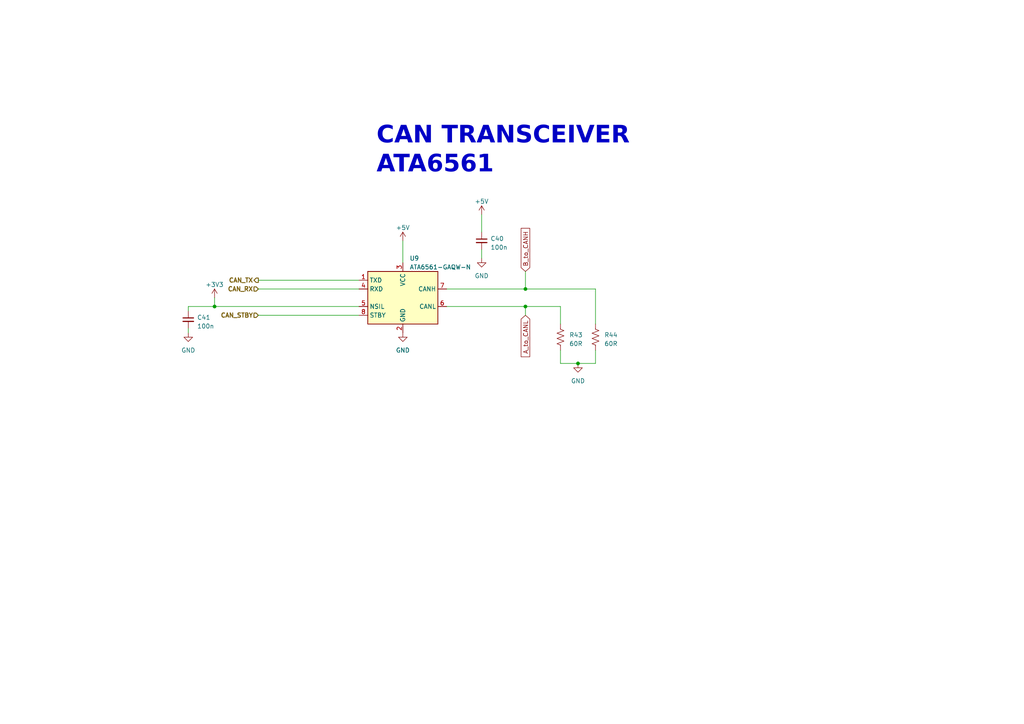
<source format=kicad_sch>
(kicad_sch (version 20230121) (generator eeschema)
  (paper "A4")
  (title_block (title "BIM BOARD") (date "2023-12-06") (rev "REV 2.0.0") (company "GEVITON") (comment 2 "Reviewed by: Timothy Kyalo") (comment 3 "Designed By: Robert Mutura") (comment 4 "BIM BOARD"))
  (lib_symbols
    (symbol "Device:C_Small" (pin_numbers hide) (pin_names (offset 0.254) hide)
      (property "Reference" "C" (at 0.254 1.778 0))
      (property "Value" "C_Small" (at 0.254 -2.032 0))
      (symbol "C_Small_0_1"
        (polyline (pts (xy -1.524 -0.508) (xy 1.524 -0.508)) (stroke (width 0.3302)))
        (polyline (pts (xy -1.524 0.508) (xy 1.524 0.508)) (stroke (width 0.3048)))
      )
      (symbol "C_Small_1_1"
        (pin passive line (at 0 2.54 270) (length 2.032) (name "~") (number "1"))
        (pin passive line (at 0 -2.54 90) (length 2.032) (name "~") (number "2"))
      )
    )
    (symbol "Device:R_US" (pin_numbers hide) (pin_names (offset 0))
      (property "Reference" "R" (at 2.54 0 90))
      (property "Value" "R_US" (at -2.54 0 90))
      (symbol "R_US_0_1"
        (polyline (pts (xy 0 -2.286) (xy 0 -2.54)))
        (polyline (pts (xy 0 2.286) (xy 0 2.54)))
        (polyline (pts (xy 0 -0.762) (xy 1.016 -1.143) (xy 0 -1.524) (xy -1.016 -1.905) (xy 0 -2.286)))
        (polyline (pts (xy 0 0.762) (xy 1.016 0.381) (xy 0 0) (xy -1.016 -0.381) (xy 0 -0.762)))
        (polyline (pts (xy 0 2.286) (xy 1.016 1.905) (xy 0 1.524) (xy -1.016 1.143) (xy 0 0.762)))
      )
      (symbol "R_US_1_1"
        (pin passive line (at 0 3.81 270) (length 1.27) (name "~") (number "1"))
        (pin passive line (at 0 -3.81 90) (length 1.27) (name "~") (number "2"))
      )
    )
    (symbol "Interface_CAN_LIN:TCAN337"
      (property "Reference" "U?" (at 1.9559 11.43 0))
      (property "Value" "ATA6561-GAQW-N" (at 1.9559 8.89 0))
      (symbol "TCAN337_0_1"
        (rectangle (start -10.16 7.62) (end 10.16 -7.62) (stroke (width 0.254)) (fill (type background)))
      )
      (symbol "TCAN337_1_1"
        (pin input line (at -12.7 5.08 0) (length 2.54) (name "TXD") (number "1"))
        (pin power_in line (at 0 -10.16 90) (length 2.54) (name "GND") (number "2"))
        (pin power_in line (at 0 10.16 270) (length 2.54) (name "VCC") (number "3"))
        (pin tri_state line (at -12.7 2.54 0) (length 2.54) (name "RXD") (number "4"))
        (pin open_collector line (at -12.7 -2.54 0) (length 2.54) (name "NSIL") (number "5"))
        (pin bidirectional line (at 12.7 -2.54 180) (length 2.54) (name "CANL") (number "6"))
        (pin bidirectional line (at 12.7 2.54 180) (length 2.54) (name "CANH") (number "7"))
        (pin input line (at -12.7 -5.08 0) (length 2.54) (name "STBY") (number "8"))
      )
    )
    (symbol "power:+3V3" (power) (pin_names (offset 0))
      (property "Value" "+3V3" (at 0 3.556 0))
      (symbol "+3V3_0_1"
        (polyline (pts (xy -0.762 1.27) (xy 0 2.54)))
        (polyline (pts (xy 0 0) (xy 0 2.54)))
        (polyline (pts (xy 0 2.54) (xy 0.762 1.27)))
      )
      (symbol "+3V3_1_1"
        (pin power_in line (at 0 0 90) (length 0) hide (name "+3V3") (number "1"))
      )
    )
    (symbol "power:+5V" (power) (pin_names (offset 0))
      (property "Value" "+5V" (at 0 3.556 0))
      (symbol "+5V_0_1"
        (polyline (pts (xy -0.762 1.27) (xy 0 2.54)))
        (polyline (pts (xy 0 0) (xy 0 2.54)))
        (polyline (pts (xy 0 2.54) (xy 0.762 1.27)))
      )
      (symbol "+5V_1_1"
        (pin power_in line (at 0 0 90) (length 0) hide (name "+5V") (number "1"))
      )
    )
    (symbol "power:GND" (power) (pin_names (offset 0))
      (property "Value" "GND" (at 0 -3.81 0))
      (symbol "GND_0_1"
        (polyline (pts (xy 0 0) (xy 0 -1.27) (xy 1.27 -1.27) (xy 0 -2.54) (xy -1.27 -1.27) (xy 0 -1.27)))
      )
      (symbol "GND_1_1"
        (pin power_in line (at 0 0 270) (length 0) hide (name "GND") (number "1"))
      )
    )
  )
  (junction (at 62.23 88.9))
  (junction (at 167.64 105.41))
  (junction (at 152.4 83.82))
  (junction (at 152.4 88.9))
  (wire (pts (xy 54.61 90.17) (xy 54.61 88.9)))
  (wire (pts (xy 74.93 91.44) (xy 104.14 91.44)))
  (wire (pts (xy 139.7 72.39) (xy 139.7 74.93)))
  (wire (pts (xy 162.56 105.41) (xy 167.64 105.41)))
  (wire (pts (xy 62.23 88.9) (xy 54.61 88.9)))
  (wire (pts (xy 162.56 101.6) (xy 162.56 105.41)))
  (wire (pts (xy 74.93 81.28) (xy 104.14 81.28)))
  (wire (pts (xy 54.61 95.25) (xy 54.61 96.52)))
  (wire (pts (xy 152.4 88.9) (xy 162.56 88.9)))
  (wire (pts (xy 172.72 93.98) (xy 172.72 83.82)))
  (wire (pts (xy 162.56 93.98) (xy 162.56 88.9)))
  (wire (pts (xy 172.72 105.41) (xy 172.72 101.6)))
  (wire (pts (xy 116.84 69.85) (xy 116.84 76.2)))
  (wire (pts (xy 139.7 62.23) (xy 139.7 67.31)))
  (wire (pts (xy 152.4 88.9) (xy 152.4 91.44)))
  (wire (pts (xy 62.23 88.9) (xy 104.14 88.9)))
  (wire (pts (xy 129.54 83.82) (xy 152.4 83.82)))
  (wire (pts (xy 152.4 83.82) (xy 172.72 83.82)))
  (wire (pts (xy 152.4 78.74) (xy 152.4 83.82)))
  (wire (pts (xy 74.93 83.82) (xy 104.14 83.82)))
  (wire (pts (xy 62.23 86.36) (xy 62.23 88.9)))
  (wire (pts (xy 167.64 105.41) (xy 172.72 105.41)))
  (wire (pts (xy 129.54 88.9) (xy 152.4 88.9)))
  (text "CAN TRANSCEIVER\nATA6561" (at 109.22 52.07 0) (effects (font (size 5 5) (thickness 0.4) bold) (justify left bottom)))
  (global_label "B_to_CANH" (shape input) (at 152.4 78.74 90) (property "Intersheetrefs" "${INTERSHEET_REFS}" (effects hide)))
  (global_label "A_to_CANL" (shape input) (at 152.4 91.44 270) (property "Intersheetrefs" "${INTERSHEET_REFS}" (effects hide)))
  (hierarchical_label "CAN_RX" (shape input) (at 74.93 83.82 180) (effects (font bold)))
  (hierarchical_label "CAN_STBY" (shape input) (at 74.93 91.44 180) (effects (font bold)))
  (hierarchical_label "CAN_TX" (shape output) (at 74.93 81.28 180) (effects (font bold)))
  (symbol (lib_id "Device:C_Small") (at 54.61 92.71 0) (unit 1)
    (property "Reference" "C41" (at 57.15 92.0813 0) (effects (justify left)))
    (property "Value" "100n" (at 57.15 94.6213 0) (effects (justify left)))
    (property "Footprint" "Capacitor_SMD:C_0402_1005Metric" (effects hide))
  )
  (symbol (lib_id "Device:C_Small") (at 139.7 69.85 0) (unit 1)
    (property "Reference" "C40" (at 142.24 69.2213 0) (effects (justify left)))
    (property "Value" "100n" (at 142.24 71.7613 0) (effects (justify left)))
    (property "Footprint" "Capacitor_SMD:C_0402_1005Metric" (effects hide))
  )
  (symbol (lib_id "Device:R_US") (at 162.56 97.79 0) (unit 1)
    (property "Reference" "R43" (at 165.1 97.155 0) (effects (justify left)))
    (property "Value" "60R" (at 165.1 99.695 0) (effects (justify left)))
    (property "Footprint" "Resistor_SMD:R_0402_1005Metric" (effects hide))
  )
  (symbol (lib_id "power:+5V") (at 116.84 69.85 0) (unit 1)
    (property "Reference" "#PWR076" (effects hide))
    (property "Value" "+5V" (at 116.84 66.04 0))
  )
  (symbol (lib_id "power:GND") (at 54.61 96.52 0) (unit 1)
    (property "Reference" "#PWR079" (effects hide))
    (property "Value" "GND" (at 54.61 101.6 0))
  )
  (symbol (lib_id "power:+5V") (at 139.7 62.23 0) (unit 1)
    (property "Reference" "#PWR075" (effects hide))
    (property "Value" "+5V" (at 139.7 58.42 0))
  )
  (symbol (lib_id "power:GND") (at 167.64 105.41 0) (unit 1)
    (property "Reference" "#PWR081" (effects hide))
    (property "Value" "GND" (at 167.64 110.49 0))
  )
  (symbol (lib_id "power:+3V3") (at 62.23 86.36 0) (unit 1)
    (property "Reference" "#PWR078" (effects hide))
    (property "Value" "+3V3" (at 62.23 82.55 0))
  )
  (symbol (lib_id "power:GND") (at 116.84 96.52 0) (unit 1)
    (property "Reference" "#PWR080" (effects hide))
    (property "Value" "GND" (at 116.84 101.6 0))
  )
  (symbol (lib_id "Interface_CAN_LIN:TCAN337") (at 116.84 86.36 0) (unit 1)
    (property "Reference" "U9" (at 118.7959 74.93 0) (effects (justify left)))
    (property "Value" "ATA6561-GAQW-N" (at 118.7959 77.47 0) (effects (justify left)))
    (property "Footprint" "Package_SO:SOIC-8_3.9x4.9mm_P1.27mm" (effects hide))
    (property "Datasheet" "http://www.ti.com/lit/ds/symlink/tcan337.pdf" (effects hide))
  )
  (symbol (lib_id "power:GND") (at 139.7 74.93 0) (unit 1)
    (property "Reference" "#PWR077" (effects hide))
    (property "Value" "GND" (at 139.7 80.01 0))
  )
  (symbol (lib_id "Device:R_US") (at 172.72 97.79 0) (unit 1)
    (property "Reference" "R44" (at 175.26 97.155 0) (effects (justify left)))
    (property "Value" "60R" (at 175.26 99.695 0) (effects (justify left)))
    (property "Footprint" "Resistor_SMD:R_0402_1005Metric" (effects hide))
  )
)
</source>
